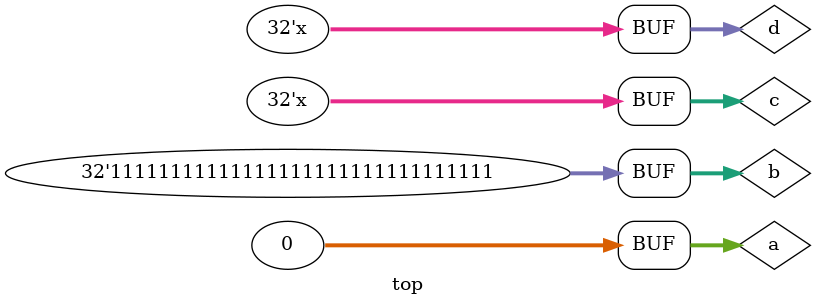
<source format=sv>
module top;
   int a = '0;
   int b = '1;
   int c = 'x;
   int d = 'z;
endmodule // top

</source>
